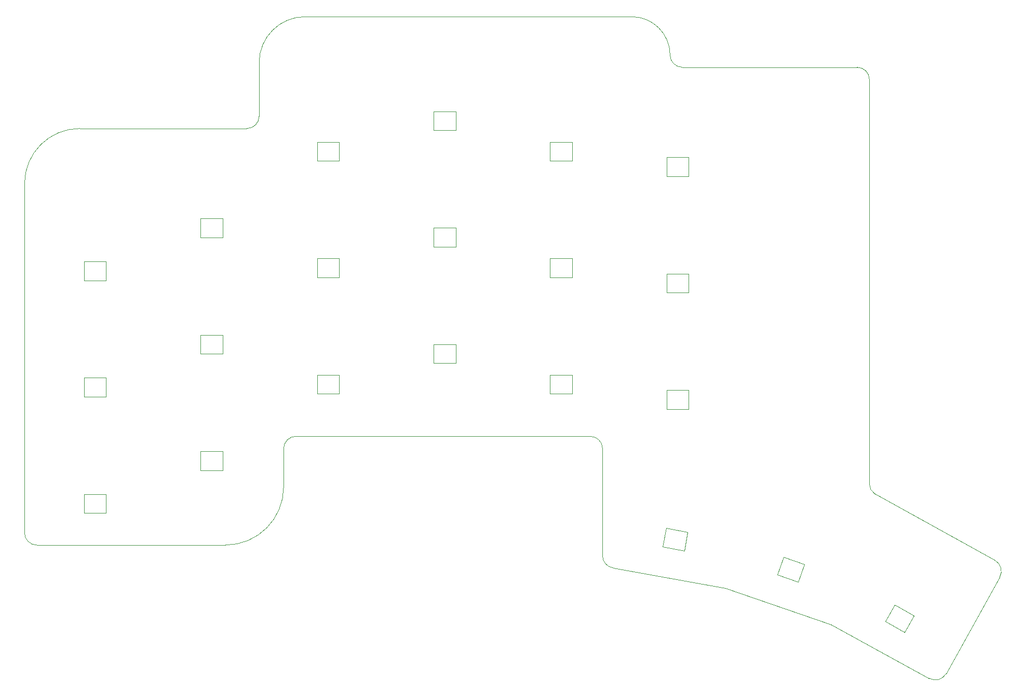
<source format=gm1>
G04 #@! TF.GenerationSoftware,KiCad,Pcbnew,8.0.1*
G04 #@! TF.CreationDate,2024-06-04T22:11:00+02:00*
G04 #@! TF.ProjectId,cornia,636f726e-6961-42e6-9b69-6361645f7063,rev?*
G04 #@! TF.SameCoordinates,Original*
G04 #@! TF.FileFunction,Profile,NP*
%FSLAX46Y46*%
G04 Gerber Fmt 4.6, Leading zero omitted, Abs format (unit mm)*
G04 Created by KiCad (PCBNEW 8.0.1) date 2024-06-04 22:11:00*
%MOMM*%
%LPD*%
G01*
G04 APERTURE LIST*
G04 #@! TA.AperFunction,Profile*
%ADD10C,0.050000*%
G04 #@! TD*
G04 #@! TA.AperFunction,Profile*
%ADD11C,0.100000*%
G04 #@! TD*
G04 APERTURE END LIST*
D10*
X56918600Y-34188750D02*
X56918600Y-25438750D01*
X176918600Y-106688750D02*
G75*
G02*
X177668541Y-109438716I-1000000J-1749950D01*
G01*
X132918600Y-111188750D02*
X150168600Y-117188750D01*
X20668600Y-104188750D02*
G75*
G02*
X18668650Y-102188750I0J1999950D01*
G01*
X27668600Y-36188750D02*
X54918600Y-36188750D01*
X56918600Y-34188750D02*
G75*
G02*
X54918600Y-36188750I-2000000J0D01*
G01*
X156418600Y-28188750D02*
X156418600Y-94188750D01*
X114635757Y-107918648D02*
G75*
G02*
X112918551Y-105938750I282843J1979948D01*
G01*
X64418600Y-17938750D02*
X117668600Y-17938750D01*
X60918600Y-88438750D02*
G75*
G02*
X62918600Y-86438750I2000000J0D01*
G01*
X177668600Y-109438750D02*
X168918600Y-125188750D01*
X42668600Y-104188750D02*
X51418600Y-104188750D01*
X39668600Y-104188750D02*
X42668600Y-104188750D01*
X125918600Y-26188750D02*
G75*
G02*
X123918650Y-24188750I0J1999950D01*
G01*
X60918600Y-94688750D02*
X60918600Y-88438750D01*
X60918600Y-94688750D02*
G75*
G02*
X51418600Y-104188750I-9500000J0D01*
G01*
X56918600Y-25438750D02*
G75*
G02*
X64418600Y-17938750I7500000J0D01*
G01*
X114635757Y-107918649D02*
X132918600Y-111188750D01*
X110918600Y-86438750D02*
G75*
G02*
X112918550Y-88438750I0J-1999950D01*
G01*
X154418600Y-26188750D02*
G75*
G02*
X156418550Y-28188750I0J-1999950D01*
G01*
X18668600Y-45188750D02*
G75*
G02*
X27668600Y-36188750I9000000J0D01*
G01*
X18668600Y-45188750D02*
X18668600Y-102188750D01*
X157309200Y-95852851D02*
X176918600Y-106688750D01*
X112918600Y-105938750D02*
X112918600Y-88438750D01*
X157309200Y-95852850D02*
G75*
G02*
X156418559Y-94188750I1109400J1664150D01*
G01*
X117668600Y-17938750D02*
G75*
G02*
X123918650Y-24188750I0J-6250050D01*
G01*
X168918599Y-125188750D02*
G75*
G02*
X166168591Y-125938766I-1749999J999950D01*
G01*
X125918600Y-26188750D02*
X154418600Y-26188750D01*
X150168600Y-117188750D02*
X166168600Y-125938750D01*
X62918600Y-86438750D02*
X110918600Y-86438750D01*
X20668600Y-104188750D02*
X39668600Y-104188750D01*
D11*
X28368600Y-76888750D02*
X28368600Y-79988750D01*
X28368600Y-79988750D02*
X31968600Y-79988750D01*
X31968600Y-76888750D02*
X28368600Y-76888750D01*
X31968600Y-79988750D02*
X31968600Y-76888750D01*
X159007556Y-116633772D02*
X162155273Y-118380735D01*
X160511885Y-113923239D02*
X159007556Y-116633772D01*
X162155273Y-118380735D02*
X163659602Y-115670202D01*
X163659602Y-115670202D02*
X160511885Y-113923239D01*
X47368600Y-50888750D02*
X47368600Y-53988750D01*
X47368600Y-53988750D02*
X50968600Y-53988750D01*
X50968600Y-50888750D02*
X47368600Y-50888750D01*
X50968600Y-53988750D02*
X50968600Y-50888750D01*
X104368600Y-76388750D02*
X104368600Y-79488750D01*
X104368600Y-79488750D02*
X107968600Y-79488750D01*
X107968600Y-76388750D02*
X104368600Y-76388750D01*
X107968600Y-79488750D02*
X107968600Y-76388750D01*
X85368600Y-71388750D02*
X85368600Y-74488750D01*
X85368600Y-74488750D02*
X88968600Y-74488750D01*
X88968600Y-71388750D02*
X85368600Y-71388750D01*
X88968600Y-74488750D02*
X88968600Y-71388750D01*
X123368600Y-40888750D02*
X123368600Y-43988750D01*
X123368600Y-43988750D02*
X126968600Y-43988750D01*
X126968600Y-40888750D02*
X123368600Y-40888750D01*
X126968600Y-43988750D02*
X126968600Y-40888750D01*
X122729456Y-104478952D02*
X126276603Y-105093564D01*
X123258705Y-101424464D02*
X122729456Y-104478952D01*
X126276603Y-105093564D02*
X126805852Y-102039076D01*
X126805852Y-102039076D02*
X123258705Y-101424464D01*
X66368600Y-57388750D02*
X66368600Y-60488750D01*
X66368600Y-60488750D02*
X69968600Y-60488750D01*
X69968600Y-57388750D02*
X66368600Y-57388750D01*
X69968600Y-60488750D02*
X69968600Y-57388750D01*
X85368600Y-52388750D02*
X85368600Y-55488750D01*
X85368600Y-55488750D02*
X88968600Y-55488750D01*
X88968600Y-52388750D02*
X85368600Y-52388750D01*
X88968600Y-55488750D02*
X88968600Y-52388750D01*
X123368600Y-78888750D02*
X123368600Y-81988750D01*
X123368600Y-81988750D02*
X126968600Y-81988750D01*
X126968600Y-78888750D02*
X123368600Y-78888750D01*
X126968600Y-81988750D02*
X126968600Y-78888750D01*
X141375386Y-109031177D02*
X144770361Y-110228735D01*
X142406617Y-106107727D02*
X141375386Y-109031177D01*
X144770361Y-110228735D02*
X145801592Y-107305285D01*
X145801592Y-107305285D02*
X142406617Y-106107727D01*
X66368600Y-76388750D02*
X66368600Y-79488750D01*
X66368600Y-79488750D02*
X69968600Y-79488750D01*
X69968600Y-76388750D02*
X66368600Y-76388750D01*
X69968600Y-79488750D02*
X69968600Y-76388750D01*
X66368600Y-38388750D02*
X66368600Y-41488750D01*
X66368600Y-41488750D02*
X69968600Y-41488750D01*
X69968600Y-38388750D02*
X66368600Y-38388750D01*
X69968600Y-41488750D02*
X69968600Y-38388750D01*
X104368600Y-57388750D02*
X104368600Y-60488750D01*
X104368600Y-60488750D02*
X107968600Y-60488750D01*
X107968600Y-57388750D02*
X104368600Y-57388750D01*
X107968600Y-60488750D02*
X107968600Y-57388750D01*
X104368600Y-38388750D02*
X104368600Y-41488750D01*
X104368600Y-41488750D02*
X107968600Y-41488750D01*
X107968600Y-38388750D02*
X104368600Y-38388750D01*
X107968600Y-41488750D02*
X107968600Y-38388750D01*
X123368600Y-59888750D02*
X123368600Y-62988750D01*
X123368600Y-62988750D02*
X126968600Y-62988750D01*
X126968600Y-59888750D02*
X123368600Y-59888750D01*
X126968600Y-62988750D02*
X126968600Y-59888750D01*
X28368600Y-95888750D02*
X28368600Y-98988750D01*
X28368600Y-98988750D02*
X31968600Y-98988750D01*
X31968600Y-95888750D02*
X28368600Y-95888750D01*
X31968600Y-98988750D02*
X31968600Y-95888750D01*
X47368600Y-88888750D02*
X47368600Y-91988750D01*
X47368600Y-91988750D02*
X50968600Y-91988750D01*
X50968600Y-88888750D02*
X47368600Y-88888750D01*
X50968600Y-91988750D02*
X50968600Y-88888750D01*
X47368600Y-69888750D02*
X47368600Y-72988750D01*
X47368600Y-72988750D02*
X50968600Y-72988750D01*
X50968600Y-69888750D02*
X47368600Y-69888750D01*
X50968600Y-72988750D02*
X50968600Y-69888750D01*
X28368600Y-57888750D02*
X28368600Y-60988750D01*
X28368600Y-60988750D02*
X31968600Y-60988750D01*
X31968600Y-57888750D02*
X28368600Y-57888750D01*
X31968600Y-60988750D02*
X31968600Y-57888750D01*
X85368600Y-33388750D02*
X85368600Y-36488750D01*
X85368600Y-36488750D02*
X88968600Y-36488750D01*
X88968600Y-33388750D02*
X85368600Y-33388750D01*
X88968600Y-36488750D02*
X88968600Y-33388750D01*
M02*

</source>
